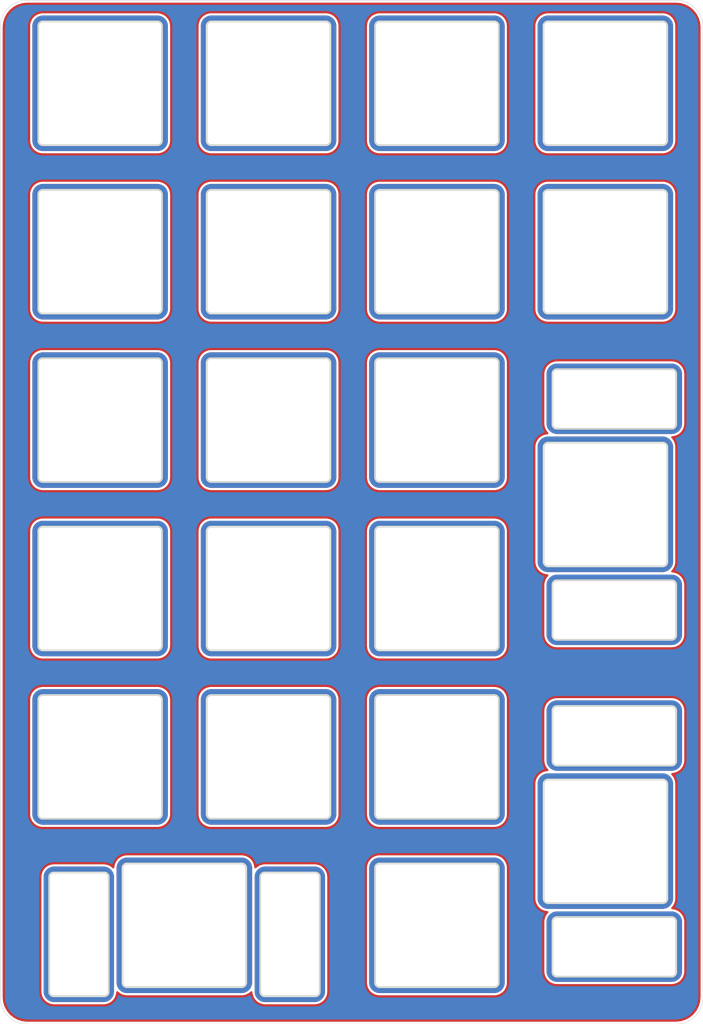
<source format=kicad_pcb>
(kicad_pcb (version 20171130) (host pcbnew "(5.1.6)-1")
  (layers (0 F.Cu signal) (31 B.Cu signal) (34 B.Paste user) (35 F.Paste user) (36 B.SilkS user) (37 F.SilkS user) (38 B.Mask user) (39 F.Mask user) (44 Edge.Cuts user))
  (net 0 "")
  (gr_line (start 176.911 91.059) (end 176.911 85.471) (layer B.Cu) (width 0.6))
  (gr_line (start 163.068 91.948) (end 176.022 91.948) (layer B.Cu) (width 0.6))
  (gr_line (start 162.179 91.059) (end 162.179 85.471) (layer F.Cu) (width 0.6))
  (gr_arc (start 176.022 91.059) (end 176.022 91.948) (angle -90) (layer F.Cu) (width 0.6))
  (gr_line (start 163.068 84.582) (end 176.022 84.582) (layer F.Cu) (width 0.6))
  (gr_arc (start 163.068 91.059) (end 162.179 91.059) (angle -90) (layer F.Cu) (width 0.6))
  (gr_line (start 176.911 85.471) (end 176.911 91.059) (layer F.Cu) (width 0.6))
  (gr_line (start 176.022 84.582) (end 163.068 84.582) (layer B.Cu) (width 0.6))
  (gr_line (start 176.022 91.948) (end 163.068 91.948) (layer F.Cu) (width 0.6))
  (gr_arc (start 176.022 91.059) (end 176.911 91.059) (angle 90) (layer B.Cu) (width 0.6))
  (gr_arc (start 176.022 85.471) (end 176.911 85.471) (angle -90) (layer F.Cu) (width 0.6))
  (gr_arc (start 163.068 85.471) (end 163.068 84.582) (angle -90) (layer F.Cu) (width 0.6))
  (gr_arc (start 163.068 85.471) (end 162.179 85.471) (angle 90) (layer B.Cu) (width 0.6))
  (gr_arc (start 163.068 91.059) (end 163.068 91.948) (angle 90) (layer B.Cu) (width 0.6))
  (gr_arc (start 176.022 85.471) (end 176.022 84.582) (angle 90) (layer B.Cu) (width 0.6))
  (gr_line (start 162.179 85.471) (end 162.179 91.059) (layer B.Cu) (width 0.6))
  (gr_line (start 162.179 114.935) (end 162.179 109.347) (layer F.Cu) (width 0.6))
  (gr_line (start 163.068 108.458) (end 176.022 108.458) (layer F.Cu) (width 0.6))
  (gr_line (start 176.911 109.347) (end 176.911 114.935) (layer F.Cu) (width 0.6))
  (gr_arc (start 176.022 114.935) (end 176.022 115.824) (angle -90) (layer F.Cu) (width 0.6))
  (gr_arc (start 163.068 114.935) (end 162.179 114.935) (angle -90) (layer F.Cu) (width 0.6))
  (gr_line (start 176.911 114.935) (end 176.911 109.347) (layer B.Cu) (width 0.6))
  (gr_line (start 163.068 115.824) (end 176.022 115.824) (layer B.Cu) (width 0.6))
  (gr_line (start 176.022 108.458) (end 163.068 108.458) (layer B.Cu) (width 0.6))
  (gr_arc (start 176.022 114.935) (end 176.911 114.935) (angle 90) (layer B.Cu) (width 0.6))
  (gr_arc (start 176.022 109.347) (end 176.911 109.347) (angle -90) (layer F.Cu) (width 0.6))
  (gr_arc (start 163.068 109.347) (end 163.068 108.458) (angle -90) (layer F.Cu) (width 0.6))
  (gr_line (start 176.022 115.824) (end 163.068 115.824) (layer F.Cu) (width 0.6))
  (gr_arc (start 163.068 109.347) (end 162.179 109.347) (angle 90) (layer B.Cu) (width 0.6))
  (gr_arc (start 163.068 114.935) (end 163.068 115.824) (angle 90) (layer B.Cu) (width 0.6))
  (gr_arc (start 176.022 109.347) (end 176.022 108.458) (angle 90) (layer B.Cu) (width 0.6))
  (gr_line (start 162.179 109.347) (end 162.179 114.935) (layer B.Cu) (width 0.6))
  (gr_line (start 176.911 123.571) (end 176.911 129.159) (layer F.Cu) (width 0.6))
  (gr_line (start 163.068 122.682) (end 176.022 122.682) (layer F.Cu) (width 0.6))
  (gr_arc (start 176.022 129.159) (end 176.022 130.048) (angle -90) (layer F.Cu) (width 0.6))
  (gr_arc (start 163.068 129.159) (end 162.179 129.159) (angle -90) (layer F.Cu) (width 0.6))
  (gr_line (start 162.179 129.159) (end 162.179 123.571) (layer F.Cu) (width 0.6))
  (gr_line (start 176.022 130.048) (end 163.068 130.048) (layer F.Cu) (width 0.6))
  (gr_arc (start 163.068 123.571) (end 163.068 122.682) (angle -90) (layer F.Cu) (width 0.6))
  (gr_arc (start 176.022 123.571) (end 176.911 123.571) (angle -90) (layer F.Cu) (width 0.6))
  (gr_arc (start 163.068 123.571) (end 162.179 123.571) (angle 90) (layer B.Cu) (width 0.6))
  (gr_line (start 176.022 122.682) (end 163.068 122.682) (layer B.Cu) (width 0.6))
  (gr_line (start 176.911 129.159) (end 176.911 123.571) (layer B.Cu) (width 0.6))
  (gr_arc (start 176.022 129.159) (end 176.911 129.159) (angle 90) (layer B.Cu) (width 0.6))
  (gr_arc (start 176.022 123.571) (end 176.022 122.682) (angle 90) (layer B.Cu) (width 0.6))
  (gr_arc (start 163.068 129.159) (end 163.068 130.048) (angle 90) (layer B.Cu) (width 0.6))
  (gr_line (start 163.068 130.048) (end 176.022 130.048) (layer B.Cu) (width 0.6))
  (gr_line (start 162.179 123.571) (end 162.179 129.159) (layer B.Cu) (width 0.6))
  (gr_arc (start 106.172 155.321) (end 106.172 156.21) (angle 90) (layer B.Cu) (width 0.6))
  (gr_arc (start 106.172 142.367) (end 105.283 142.367) (angle 90) (layer B.Cu) (width 0.6))
  (gr_arc (start 111.76 155.321) (end 112.649 155.321) (angle 90) (layer B.Cu) (width 0.6))
  (gr_line (start 111.76 141.478) (end 106.172 141.478) (layer B.Cu) (width 0.6))
  (gr_line (start 112.649 155.321) (end 112.649 142.367) (layer B.Cu) (width 0.6))
  (gr_line (start 106.172 156.21) (end 111.76 156.21) (layer B.Cu) (width 0.6))
  (gr_arc (start 111.76 142.367) (end 111.76 141.478) (angle 90) (layer B.Cu) (width 0.6))
  (gr_line (start 105.283 142.367) (end 105.283 155.321) (layer B.Cu) (width 0.6))
  (gr_line (start 112.649 142.367) (end 112.649 155.321) (layer F.Cu) (width 0.6))
  (gr_line (start 106.172 141.478) (end 111.76 141.478) (layer F.Cu) (width 0.6))
  (gr_line (start 111.76 156.21) (end 106.172 156.21) (layer F.Cu) (width 0.6))
  (gr_arc (start 111.76 155.321) (end 111.76 156.21) (angle -90) (layer F.Cu) (width 0.6))
  (gr_arc (start 106.172 142.367) (end 106.172 141.478) (angle -90) (layer F.Cu) (width 0.6))
  (gr_arc (start 111.76 142.367) (end 112.649 142.367) (angle -90) (layer F.Cu) (width 0.6))
  (gr_arc (start 106.172 155.321) (end 105.283 155.321) (angle -90) (layer F.Cu) (width 0.6))
  (gr_line (start 105.283 155.321) (end 105.283 142.367) (layer F.Cu) (width 0.6))
  (gr_arc (start 106.105999 155.351) (end 105.605999 155.351) (angle -90) (layer Edge.Cuts) (width 0.2))
  (gr_arc (start 129.982 142.351) (end 129.982 141.851) (angle -90) (layer Edge.Cuts) (width 0.2))
  (gr_line (start 106.105999 155.851) (end 111.856 155.851) (layer Edge.Cuts) (width 0.2))
  (gr_line (start 105.605999 142.351) (end 105.605999 155.351) (layer Edge.Cuts) (width 0.2))
  (gr_arc (start 106.105999 142.351) (end 106.105999 141.851) (angle -90) (layer Edge.Cuts) (width 0.2))
  (gr_arc (start 176.044 153.139) (end 176.044 153.639) (angle -90) (layer Edge.Cuts) (width 0.2))
  (gr_line (start 136.232 142.351) (end 136.232 155.351) (layer Edge.Cuts) (width 0.2))
  (gr_arc (start 163.044 153.139) (end 162.544 153.139) (angle -90) (layer Edge.Cuts) (width 0.2))
  (gr_arc (start 129.982 155.351) (end 129.482 155.351) (angle -90) (layer Edge.Cuts) (width 0.2))
  (gr_line (start 129.982 155.851) (end 135.732 155.851) (layer Edge.Cuts) (width 0.2))
  (gr_line (start 129.982 141.851) (end 135.732 141.851) (layer Edge.Cuts) (width 0.2))
  (gr_line (start 163.044 153.639) (end 176.044 153.639) (layer Edge.Cuts) (width 0.2))
  (gr_line (start 163.044 146.889) (end 176.044 146.889) (layer Edge.Cuts) (width 0.2))
  (gr_line (start 112.356 142.351) (end 112.356 155.351) (layer Edge.Cuts) (width 0.2))
  (gr_arc (start 163.044 147.389) (end 163.044 146.889) (angle -90) (layer Edge.Cuts) (width 0.2))
  (gr_line (start 129.482 142.351) (end 129.482 155.351) (layer Edge.Cuts) (width 0.2))
  (gr_arc (start 111.856 155.351) (end 111.856 155.851) (angle -90) (layer Edge.Cuts) (width 0.2))
  (gr_arc (start 111.856 142.351) (end 112.356 142.351) (angle -90) (layer Edge.Cuts) (width 0.2))
  (gr_line (start 176.544 153.139) (end 176.544 147.389) (layer Edge.Cuts) (width 0.2))
  (gr_line (start 162.544 153.139) (end 162.544 147.389) (layer Edge.Cuts) (width 0.2))
  (gr_arc (start 176.044 123.513) (end 176.544 123.513) (angle -90) (layer Edge.Cuts) (width 0.2))
  (gr_line (start 106.105999 141.851) (end 111.856 141.851) (layer Edge.Cuts) (width 0.2))
  (gr_arc (start 135.732 155.351) (end 135.732 155.851) (angle -90) (layer Edge.Cuts) (width 0.2))
  (gr_arc (start 176.044 147.389) (end 176.544 147.389) (angle -90) (layer Edge.Cuts) (width 0.2))
  (gr_arc (start 135.732 142.351) (end 136.232 142.351) (angle -90) (layer Edge.Cuts) (width 0.2))
  (gr_arc (start 175.044 131.826) (end 175.544 131.826) (angle -90) (layer Edge.Cuts) (width 0.2))
  (gr_line (start 175.044 145.326) (end 162.044 145.326) (layer Edge.Cuts) (width 0.2))
  (gr_line (start 175.044 131.326) (end 162.044 131.326) (layer Edge.Cuts) (width 0.2))
  (gr_line (start 175.544 131.826) (end 175.544 144.826) (layer Edge.Cuts) (width 0.2))
  (gr_arc (start 175.044 144.826) (end 175.044 145.326) (angle -90) (layer Edge.Cuts) (width 0.2))
  (gr_line (start 161.544 131.826) (end 161.544 144.826) (layer Edge.Cuts) (width 0.2))
  (gr_arc (start 176.044 129.263) (end 176.044 129.763) (angle -90) (layer Edge.Cuts) (width 0.2))
  (gr_arc (start 163.044 123.513) (end 163.044 123.013) (angle -90) (layer Edge.Cuts) (width 0.2))
  (gr_arc (start 163.044 129.263) (end 162.544 129.263) (angle -90) (layer Edge.Cuts) (width 0.2))
  (gr_line (start 163.044 129.763) (end 176.044 129.763) (layer Edge.Cuts) (width 0.2))
  (gr_line (start 163.044 123.013) (end 176.044 123.013) (layer Edge.Cuts) (width 0.2))
  (gr_line (start 176.544 129.263) (end 176.544 123.513) (layer Edge.Cuts) (width 0.2))
  (gr_line (start 162.544 129.263) (end 162.544 123.513) (layer Edge.Cuts) (width 0.2))
  (gr_arc (start 162.044 144.826) (end 161.544 144.826) (angle -90) (layer Edge.Cuts) (width 0.2))
  (gr_arc (start 162.044 131.826) (end 162.044 131.326) (angle -90) (layer Edge.Cuts) (width 0.2))
  (gr_line (start 163.044 91.662999) (end 176.044 91.662999) (layer Edge.Cuts) (width 0.2))
  (gr_arc (start 162.044 93.726) (end 162.044 93.226) (angle -90) (layer Edge.Cuts) (width 0.2))
  (gr_line (start 175.544 93.726) (end 175.544 106.726) (layer Edge.Cuts) (width 0.2))
  (gr_arc (start 162.044 106.726) (end 161.544 106.726) (angle -90) (layer Edge.Cuts) (width 0.2))
  (gr_line (start 163.044 115.539) (end 176.044 115.539) (layer Edge.Cuts) (width 0.2))
  (gr_arc (start 163.044 91.162999) (end 162.544 91.162999) (angle -90) (layer Edge.Cuts) (width 0.2))
  (gr_line (start 176.544 115.039) (end 176.544 109.288999) (layer Edge.Cuts) (width 0.2))
  (gr_line (start 175.044 107.226) (end 162.044 107.226) (layer Edge.Cuts) (width 0.2))
  (gr_arc (start 163.044 85.412999) (end 163.044 84.912999) (angle -90) (layer Edge.Cuts) (width 0.2))
  (gr_line (start 176.544 91.162999) (end 176.544 85.412999) (layer Edge.Cuts) (width 0.2))
  (gr_line (start 163.044 84.912999) (end 176.044 84.912999) (layer Edge.Cuts) (width 0.2))
  (gr_line (start 162.544 91.162999) (end 162.544 85.412999) (layer Edge.Cuts) (width 0.2))
  (gr_arc (start 175.044 93.726) (end 175.544 93.726) (angle -90) (layer Edge.Cuts) (width 0.2))
  (gr_line (start 162.544 115.039) (end 162.544 109.288999) (layer Edge.Cuts) (width 0.2))
  (gr_arc (start 175.044 106.726) (end 175.044 107.226) (angle -90) (layer Edge.Cuts) (width 0.2))
  (gr_line (start 175.044 93.226) (end 162.044 93.226) (layer Edge.Cuts) (width 0.2))
  (gr_arc (start 176.044 91.162999) (end 176.044 91.662999) (angle -90) (layer Edge.Cuts) (width 0.2))
  (gr_arc (start 176.044 109.288999) (end 176.544 109.288999) (angle -90) (layer Edge.Cuts) (width 0.2))
  (gr_arc (start 176.044 115.039) (end 176.044 115.539) (angle -90) (layer Edge.Cuts) (width 0.2))
  (gr_arc (start 163.044 109.288999) (end 163.044 108.788999) (angle -90) (layer Edge.Cuts) (width 0.2))
  (gr_line (start 161.544 93.726) (end 161.544 106.726) (layer Edge.Cuts) (width 0.2))
  (gr_arc (start 163.044 115.039) (end 162.544 115.039) (angle -90) (layer Edge.Cuts) (width 0.2))
  (gr_line (start 163.044 108.788999) (end 176.044 108.788999) (layer Edge.Cuts) (width 0.2))
  (gr_arc (start 176.044 85.412999) (end 176.544 85.412999) (angle -90) (layer Edge.Cuts) (width 0.2))
  (gr_arc (start 130.048 155.321) (end 130.048 156.21) (angle 90) (layer B.Cu) (width 0.6))
  (gr_line (start 129.159 142.367) (end 129.159 155.321) (layer B.Cu) (width 0.6))
  (gr_line (start 136.525 155.321) (end 136.525 142.367) (layer B.Cu) (width 0.6))
  (gr_line (start 135.636 141.478) (end 130.048 141.478) (layer B.Cu) (width 0.6))
  (gr_arc (start 135.636 142.367) (end 135.636 141.478) (angle 90) (layer B.Cu) (width 0.6))
  (gr_line (start 130.048 156.21) (end 135.636 156.21) (layer B.Cu) (width 0.6))
  (gr_arc (start 130.048 142.367) (end 129.159 142.367) (angle 90) (layer B.Cu) (width 0.6))
  (gr_arc (start 135.636 155.321) (end 136.525 155.321) (angle 90) (layer B.Cu) (width 0.6))
  (gr_arc (start 163.068 147.447) (end 162.179 147.447) (angle 90) (layer B.Cu) (width 0.6))
  (gr_line (start 162.179 147.447) (end 162.179 153.035) (layer B.Cu) (width 0.6))
  (gr_arc (start 176.022 147.447) (end 176.022 146.558) (angle 90) (layer B.Cu) (width 0.6))
  (gr_arc (start 176.022 153.035) (end 176.911 153.035) (angle 90) (layer B.Cu) (width 0.6))
  (gr_line (start 176.022 146.558) (end 163.068 146.558) (layer B.Cu) (width 0.6))
  (gr_line (start 163.068 153.924) (end 176.022 153.924) (layer B.Cu) (width 0.6))
  (gr_line (start 176.911 153.035) (end 176.911 147.447) (layer B.Cu) (width 0.6))
  (gr_arc (start 163.068 153.035) (end 163.068 153.924) (angle 90) (layer B.Cu) (width 0.6))
  (gr_line (start 114.427 155.194) (end 127.381 155.194) (layer B.Cu) (width 0.6))
  (gr_line (start 128.27 154.305) (end 128.27 141.351) (layer B.Cu) (width 0.6))
  (gr_arc (start 127.381 154.305) (end 128.27 154.305) (angle 90) (layer B.Cu) (width 0.6))
  (gr_arc (start 114.427 154.305) (end 114.427 155.194) (angle 90) (layer B.Cu) (width 0.6))
  (gr_line (start 113.538 141.351) (end 113.538 154.305) (layer B.Cu) (width 0.6))
  (gr_line (start 127.381 140.462) (end 114.427 140.462) (layer B.Cu) (width 0.6))
  (gr_arc (start 114.427 141.351) (end 113.538 141.351) (angle 90) (layer B.Cu) (width 0.6))
  (gr_arc (start 127.381 141.351) (end 127.381 140.462) (angle 90) (layer B.Cu) (width 0.6))
  (gr_arc (start 155.956 141.351) (end 155.956 140.462) (angle 90) (layer B.Cu) (width 0.6))
  (gr_arc (start 143.002 141.351) (end 142.113 141.351) (angle 90) (layer B.Cu) (width 0.6))
  (gr_line (start 156.845 154.305) (end 156.845 141.351) (layer B.Cu) (width 0.6))
  (gr_line (start 143.002 155.194) (end 155.956 155.194) (layer B.Cu) (width 0.6))
  (gr_line (start 142.113 141.351) (end 142.113 154.305) (layer B.Cu) (width 0.6))
  (gr_arc (start 143.002 154.305) (end 143.002 155.194) (angle 90) (layer B.Cu) (width 0.6))
  (gr_arc (start 155.956 154.305) (end 156.845 154.305) (angle 90) (layer B.Cu) (width 0.6))
  (gr_line (start 155.956 140.462) (end 143.002 140.462) (layer B.Cu) (width 0.6))
  (gr_arc (start 175.006 131.826) (end 175.006 130.937) (angle 90) (layer B.Cu) (width 0.6))
  (gr_arc (start 162.052 131.826) (end 161.163 131.826) (angle 90) (layer B.Cu) (width 0.6))
  (gr_line (start 175.006 130.937) (end 162.052 130.937) (layer B.Cu) (width 0.6))
  (gr_line (start 175.895 144.78) (end 175.895 131.826) (layer B.Cu) (width 0.6))
  (gr_arc (start 175.006 144.78) (end 175.895 144.78) (angle 90) (layer B.Cu) (width 0.6))
  (gr_line (start 162.052 145.669) (end 175.006 145.669) (layer B.Cu) (width 0.6))
  (gr_line (start 161.163 131.826) (end 161.163 144.78) (layer B.Cu) (width 0.6))
  (gr_arc (start 162.052 144.78) (end 162.052 145.669) (angle 90) (layer B.Cu) (width 0.6))
  (gr_line (start 143.002 136.144) (end 155.956 136.144) (layer B.Cu) (width 0.6))
  (gr_arc (start 143.002 122.301) (end 142.113 122.301) (angle 90) (layer B.Cu) (width 0.6))
  (gr_line (start 142.113 122.301) (end 142.113 135.255) (layer B.Cu) (width 0.6))
  (gr_line (start 155.956 121.412) (end 143.002 121.412) (layer B.Cu) (width 0.6))
  (gr_arc (start 155.956 135.255) (end 156.845 135.255) (angle 90) (layer B.Cu) (width 0.6))
  (gr_line (start 156.845 135.255) (end 156.845 122.301) (layer B.Cu) (width 0.6))
  (gr_arc (start 143.002 135.255) (end 143.002 136.144) (angle 90) (layer B.Cu) (width 0.6))
  (gr_arc (start 155.956 122.301) (end 155.956 121.412) (angle 90) (layer B.Cu) (width 0.6))
  (gr_line (start 123.063 122.301) (end 123.063 135.255) (layer B.Cu) (width 0.6))
  (gr_line (start 137.795 135.255) (end 137.795 122.301) (layer B.Cu) (width 0.6))
  (gr_arc (start 123.952 135.255) (end 123.952 136.144) (angle 90) (layer B.Cu) (width 0.6))
  (gr_arc (start 136.906 135.255) (end 137.795 135.255) (angle 90) (layer B.Cu) (width 0.6))
  (gr_line (start 136.906 121.412) (end 123.952 121.412) (layer B.Cu) (width 0.6))
  (gr_line (start 123.952 136.144) (end 136.906 136.144) (layer B.Cu) (width 0.6))
  (gr_arc (start 123.952 122.301) (end 123.063 122.301) (angle 90) (layer B.Cu) (width 0.6))
  (gr_arc (start 136.906 122.301) (end 136.906 121.412) (angle 90) (layer B.Cu) (width 0.6))
  (gr_line (start 118.745 135.255) (end 118.745 122.301) (layer B.Cu) (width 0.6))
  (gr_line (start 117.856 121.412) (end 104.902 121.412) (layer B.Cu) (width 0.6))
  (gr_line (start 104.013 122.301) (end 104.013 135.255) (layer B.Cu) (width 0.6))
  (gr_line (start 104.902 136.144) (end 117.856 136.144) (layer B.Cu) (width 0.6))
  (gr_arc (start 104.902 122.301) (end 104.013 122.301) (angle 90) (layer B.Cu) (width 0.6))
  (gr_arc (start 117.856 122.301) (end 117.856 121.412) (angle 90) (layer B.Cu) (width 0.6))
  (gr_arc (start 117.856 135.255) (end 118.745 135.255) (angle 90) (layer B.Cu) (width 0.6))
  (gr_arc (start 104.902 135.255) (end 104.902 136.144) (angle 90) (layer B.Cu) (width 0.6))
  (gr_arc (start 117.856 116.205) (end 118.745 116.205) (angle 90) (layer B.Cu) (width 0.6))
  (gr_line (start 104.013 103.251) (end 104.013 116.205) (layer B.Cu) (width 0.6))
  (gr_line (start 117.856 102.362) (end 104.902 102.362) (layer B.Cu) (width 0.6))
  (gr_line (start 104.902 117.094) (end 117.856 117.094) (layer B.Cu) (width 0.6))
  (gr_arc (start 117.856 103.251) (end 117.856 102.362) (angle 90) (layer B.Cu) (width 0.6))
  (gr_arc (start 104.902 103.251) (end 104.013 103.251) (angle 90) (layer B.Cu) (width 0.6))
  (gr_line (start 118.745 116.205) (end 118.745 103.251) (layer B.Cu) (width 0.6))
  (gr_arc (start 104.902 116.205) (end 104.902 117.094) (angle 90) (layer B.Cu) (width 0.6))
  (gr_arc (start 136.906 116.205) (end 137.795 116.205) (angle 90) (layer B.Cu) (width 0.6))
  (gr_line (start 136.906 102.362) (end 123.952 102.362) (layer B.Cu) (width 0.6))
  (gr_arc (start 136.906 103.251) (end 136.906 102.362) (angle 90) (layer B.Cu) (width 0.6))
  (gr_arc (start 123.952 103.251) (end 123.063 103.251) (angle 90) (layer B.Cu) (width 0.6))
  (gr_line (start 137.795 116.205) (end 137.795 103.251) (layer B.Cu) (width 0.6))
  (gr_line (start 123.063 103.251) (end 123.063 116.205) (layer B.Cu) (width 0.6))
  (gr_arc (start 123.952 116.205) (end 123.952 117.094) (angle 90) (layer B.Cu) (width 0.6))
  (gr_line (start 123.952 117.094) (end 136.906 117.094) (layer B.Cu) (width 0.6))
  (gr_arc (start 155.956 103.251) (end 155.956 102.362) (angle 90) (layer B.Cu) (width 0.6))
  (gr_arc (start 143.002 103.251) (end 142.113 103.251) (angle 90) (layer B.Cu) (width 0.6))
  (gr_arc (start 143.002 116.205) (end 143.002 117.094) (angle 90) (layer B.Cu) (width 0.6))
  (gr_line (start 156.845 116.205) (end 156.845 103.251) (layer B.Cu) (width 0.6))
  (gr_arc (start 155.956 116.205) (end 156.845 116.205) (angle 90) (layer B.Cu) (width 0.6))
  (gr_line (start 142.113 103.251) (end 142.113 116.205) (layer B.Cu) (width 0.6))
  (gr_line (start 155.956 102.362) (end 143.002 102.362) (layer B.Cu) (width 0.6))
  (gr_line (start 143.002 117.094) (end 155.956 117.094) (layer B.Cu) (width 0.6))
  (gr_line (start 175.895 106.68) (end 175.895 93.726) (layer B.Cu) (width 0.6))
  (gr_arc (start 175.006 106.68) (end 175.895 106.68) (angle 90) (layer B.Cu) (width 0.6))
  (gr_line (start 162.052 107.569) (end 175.006 107.569) (layer B.Cu) (width 0.6))
  (gr_arc (start 162.052 93.726) (end 161.163 93.726) (angle 90) (layer B.Cu) (width 0.6))
  (gr_arc (start 162.052 106.68) (end 162.052 107.569) (angle 90) (layer B.Cu) (width 0.6))
  (gr_line (start 161.163 93.726) (end 161.163 106.68) (layer B.Cu) (width 0.6))
  (gr_line (start 175.006 92.837) (end 162.052 92.837) (layer B.Cu) (width 0.6))
  (gr_arc (start 175.006 93.726) (end 175.006 92.837) (angle 90) (layer B.Cu) (width 0.6))
  (gr_line (start 142.113 84.201) (end 142.113 97.155) (layer B.Cu) (width 0.6))
  (gr_line (start 156.845 97.155) (end 156.845 84.201) (layer B.Cu) (width 0.6))
  (gr_arc (start 155.956 97.155) (end 156.845 97.155) (angle 90) (layer B.Cu) (width 0.6))
  (gr_line (start 155.956 83.312) (end 143.002 83.312) (layer B.Cu) (width 0.6))
  (gr_arc (start 143.002 97.155) (end 143.002 98.044) (angle 90) (layer B.Cu) (width 0.6))
  (gr_arc (start 155.956 84.201) (end 155.956 83.312) (angle 90) (layer B.Cu) (width 0.6))
  (gr_line (start 143.002 98.044) (end 155.956 98.044) (layer B.Cu) (width 0.6))
  (gr_arc (start 143.002 84.201) (end 142.113 84.201) (angle 90) (layer B.Cu) (width 0.6))
  (gr_line (start 137.795 97.155) (end 137.795 84.201) (layer B.Cu) (width 0.6))
  (gr_arc (start 123.952 97.155) (end 123.952 98.044) (angle 90) (layer B.Cu) (width 0.6))
  (gr_arc (start 136.906 84.201) (end 136.906 83.312) (angle 90) (layer B.Cu) (width 0.6))
  (gr_arc (start 136.906 97.155) (end 137.795 97.155) (angle 90) (layer B.Cu) (width 0.6))
  (gr_line (start 123.952 98.044) (end 136.906 98.044) (layer B.Cu) (width 0.6))
  (gr_arc (start 123.952 84.201) (end 123.063 84.201) (angle 90) (layer B.Cu) (width 0.6))
  (gr_line (start 136.906 83.312) (end 123.952 83.312) (layer B.Cu) (width 0.6))
  (gr_line (start 123.063 84.201) (end 123.063 97.155) (layer B.Cu) (width 0.6))
  (gr_arc (start 104.902 84.201) (end 104.013 84.201) (angle 90) (layer B.Cu) (width 0.6))
  (gr_arc (start 104.902 97.155) (end 104.902 98.044) (angle 90) (layer B.Cu) (width 0.6))
  (gr_line (start 117.856 83.312) (end 104.902 83.312) (layer B.Cu) (width 0.6))
  (gr_line (start 118.745 97.155) (end 118.745 84.201) (layer B.Cu) (width 0.6))
  (gr_line (start 104.902 98.044) (end 117.856 98.044) (layer B.Cu) (width 0.6))
  (gr_arc (start 117.856 84.201) (end 117.856 83.312) (angle 90) (layer B.Cu) (width 0.6))
  (gr_arc (start 117.856 97.155) (end 118.745 97.155) (angle 90) (layer B.Cu) (width 0.6))
  (gr_line (start 104.013 84.201) (end 104.013 97.155) (layer B.Cu) (width 0.6))
  (gr_line (start 104.013 65.151) (end 104.013 78.105) (layer B.Cu) (width 0.6))
  (gr_arc (start 104.902 65.151) (end 104.013 65.151) (angle 90) (layer B.Cu) (width 0.6))
  (gr_arc (start 117.856 78.105) (end 118.745 78.105) (angle 90) (layer B.Cu) (width 0.6))
  (gr_line (start 118.745 78.105) (end 118.745 65.151) (layer B.Cu) (width 0.6))
  (gr_arc (start 117.856 65.151) (end 117.856 64.262) (angle 90) (layer B.Cu) (width 0.6))
  (gr_line (start 104.902 78.994) (end 117.856 78.994) (layer B.Cu) (width 0.6))
  (gr_line (start 117.856 64.262) (end 104.902 64.262) (layer B.Cu) (width 0.6))
  (gr_arc (start 104.902 78.105) (end 104.902 78.994) (angle 90) (layer B.Cu) (width 0.6))
  (gr_arc (start 123.952 78.105) (end 123.952 78.994) (angle 90) (layer B.Cu) (width 0.6))
  (gr_line (start 123.063 65.151) (end 123.063 78.105) (layer B.Cu) (width 0.6))
  (gr_arc (start 123.952 65.151) (end 123.063 65.151) (angle 90) (layer B.Cu) (width 0.6))
  (gr_line (start 123.952 78.994) (end 136.906 78.994) (layer B.Cu) (width 0.6))
  (gr_line (start 136.906 64.262) (end 123.952 64.262) (layer B.Cu) (width 0.6))
  (gr_line (start 137.795 78.105) (end 137.795 65.151) (layer B.Cu) (width 0.6))
  (gr_arc (start 136.906 78.105) (end 137.795 78.105) (angle 90) (layer B.Cu) (width 0.6))
  (gr_arc (start 136.906 65.151) (end 136.906 64.262) (angle 90) (layer B.Cu) (width 0.6))
  (gr_arc (start 155.956 78.105) (end 156.845 78.105) (angle 90) (layer B.Cu) (width 0.6))
  (gr_arc (start 155.956 65.151) (end 155.956 64.262) (angle 90) (layer B.Cu) (width 0.6))
  (gr_arc (start 143.002 78.105) (end 143.002 78.994) (angle 90) (layer B.Cu) (width 0.6))
  (gr_line (start 143.002 78.994) (end 155.956 78.994) (layer B.Cu) (width 0.6))
  (gr_line (start 142.113 65.151) (end 142.113 78.105) (layer B.Cu) (width 0.6))
  (gr_arc (start 143.002 65.151) (end 142.113 65.151) (angle 90) (layer B.Cu) (width 0.6))
  (gr_line (start 156.845 78.105) (end 156.845 65.151) (layer B.Cu) (width 0.6))
  (gr_line (start 155.956 64.262) (end 143.002 64.262) (layer B.Cu) (width 0.6))
  (gr_line (start 162.052 78.994) (end 175.006 78.994) (layer B.Cu) (width 0.6))
  (gr_arc (start 162.052 78.105) (end 162.052 78.994) (angle 90) (layer B.Cu) (width 0.6))
  (gr_line (start 175.895 78.105) (end 175.895 65.151) (layer B.Cu) (width 0.6))
  (gr_arc (start 175.006 78.105) (end 175.895 78.105) (angle 90) (layer B.Cu) (width 0.6))
  (gr_arc (start 175.006 65.151) (end 175.006 64.262) (angle 90) (layer B.Cu) (width 0.6))
  (gr_arc (start 162.052 65.151) (end 161.163 65.151) (angle 90) (layer B.Cu) (width 0.6))
  (gr_line (start 161.163 65.151) (end 161.163 78.105) (layer B.Cu) (width 0.6))
  (gr_line (start 175.006 64.262) (end 162.052 64.262) (layer B.Cu) (width 0.6))
  (gr_arc (start 162.052 46.101) (end 161.163 46.101) (angle 90) (layer B.Cu) (width 0.6))
  (gr_line (start 175.006 45.212) (end 162.052 45.212) (layer B.Cu) (width 0.6))
  (gr_line (start 161.163 46.101) (end 161.163 59.055) (layer B.Cu) (width 0.6))
  (gr_arc (start 175.006 46.101) (end 175.006 45.212) (angle 90) (layer B.Cu) (width 0.6))
  (gr_line (start 162.052 59.944) (end 175.006 59.944) (layer B.Cu) (width 0.6))
  (gr_arc (start 175.006 59.055) (end 175.895 59.055) (angle 90) (layer B.Cu) (width 0.6))
  (gr_arc (start 162.052 59.055) (end 162.052 59.944) (angle 90) (layer B.Cu) (width 0.6))
  (gr_line (start 175.895 59.055) (end 175.895 46.101) (layer B.Cu) (width 0.6))
  (gr_line (start 155.956 45.212) (end 143.002 45.212) (layer B.Cu) (width 0.6))
  (gr_line (start 156.845 59.055) (end 156.845 46.101) (layer B.Cu) (width 0.6))
  (gr_line (start 142.113 46.101) (end 142.113 59.055) (layer B.Cu) (width 0.6))
  (gr_arc (start 155.956 59.055) (end 156.845 59.055) (angle 90) (layer B.Cu) (width 0.6))
  (gr_arc (start 155.956 46.101) (end 155.956 45.212) (angle 90) (layer B.Cu) (width 0.6))
  (gr_arc (start 143.002 59.055) (end 143.002 59.944) (angle 90) (layer B.Cu) (width 0.6))
  (gr_arc (start 143.002 46.101) (end 142.113 46.101) (angle 90) (layer B.Cu) (width 0.6))
  (gr_line (start 143.002 59.944) (end 155.956 59.944) (layer B.Cu) (width 0.6))
  (gr_line (start 136.906 45.212) (end 123.952 45.212) (layer B.Cu) (width 0.6))
  (gr_line (start 123.063 46.101) (end 123.063 59.055) (layer B.Cu) (width 0.6))
  (gr_arc (start 136.906 46.101) (end 136.906 45.212) (angle 90) (layer B.Cu) (width 0.6))
  (gr_line (start 137.795 59.055) (end 137.795 46.101) (layer B.Cu) (width 0.6))
  (gr_arc (start 136.906 59.055) (end 137.795 59.055) (angle 90) (layer B.Cu) (width 0.6))
  (gr_arc (start 123.952 59.055) (end 123.952 59.944) (angle 90) (layer B.Cu) (width 0.6))
  (gr_line (start 123.952 59.944) (end 136.906 59.944) (layer B.Cu) (width 0.6))
  (gr_arc (start 123.952 46.101) (end 123.063 46.101) (angle 90) (layer B.Cu) (width 0.6))
  (gr_arc (start 130.048 142.367) (end 130.048 141.478) (angle -90) (layer F.Cu) (width 0.6))
  (gr_arc (start 135.636 142.367) (end 136.525 142.367) (angle -90) (layer F.Cu) (width 0.6))
  (gr_arc (start 130.048 155.321) (end 129.159 155.321) (angle -90) (layer F.Cu) (width 0.6))
  (gr_line (start 129.159 155.321) (end 129.159 142.367) (layer F.Cu) (width 0.6))
  (gr_line (start 136.525 142.367) (end 136.525 155.321) (layer F.Cu) (width 0.6))
  (gr_line (start 135.636 156.21) (end 130.048 156.21) (layer F.Cu) (width 0.6))
  (gr_line (start 130.048 141.478) (end 135.636 141.478) (layer F.Cu) (width 0.6))
  (gr_arc (start 135.636 155.321) (end 135.636 156.21) (angle -90) (layer F.Cu) (width 0.6))
  (gr_arc (start 163.068 153.035) (end 162.179 153.035) (angle -90) (layer F.Cu) (width 0.6))
  (gr_line (start 162.179 153.035) (end 162.179 147.447) (layer F.Cu) (width 0.6))
  (gr_arc (start 176.022 153.035) (end 176.022 153.924) (angle -90) (layer F.Cu) (width 0.6))
  (gr_arc (start 176.022 147.447) (end 176.911 147.447) (angle -90) (layer F.Cu) (width 0.6))
  (gr_line (start 176.022 153.924) (end 163.068 153.924) (layer F.Cu) (width 0.6))
  (gr_line (start 163.068 146.558) (end 176.022 146.558) (layer F.Cu) (width 0.6))
  (gr_line (start 176.911 147.447) (end 176.911 153.035) (layer F.Cu) (width 0.6))
  (gr_arc (start 163.068 147.447) (end 163.068 146.558) (angle -90) (layer F.Cu) (width 0.6))
  (gr_arc (start 162.052 93.726) (end 162.052 92.837) (angle -90) (layer F.Cu) (width 0.6))
  (gr_arc (start 175.006 93.726) (end 175.895 93.726) (angle -90) (layer F.Cu) (width 0.6))
  (gr_line (start 175.006 107.569) (end 162.052 107.569) (layer F.Cu) (width 0.6))
  (gr_line (start 161.163 106.68) (end 161.163 93.726) (layer F.Cu) (width 0.6))
  (gr_line (start 175.895 93.726) (end 175.895 106.68) (layer F.Cu) (width 0.6))
  (gr_arc (start 162.052 106.68) (end 161.163 106.68) (angle -90) (layer F.Cu) (width 0.6))
  (gr_arc (start 175.006 106.68) (end 175.006 107.569) (angle -90) (layer F.Cu) (width 0.6))
  (gr_line (start 162.052 92.837) (end 175.006 92.837) (layer F.Cu) (width 0.6))
  (gr_arc (start 175.006 131.826) (end 175.895 131.826) (angle -90) (layer F.Cu) (width 0.6))
  (gr_line (start 161.163 144.78) (end 161.163 131.826) (layer F.Cu) (width 0.6))
  (gr_line (start 175.006 145.669) (end 162.052 145.669) (layer F.Cu) (width 0.6))
  (gr_line (start 175.895 131.826) (end 175.895 144.78) (layer F.Cu) (width 0.6))
  (gr_arc (start 162.052 144.78) (end 161.163 144.78) (angle -90) (layer F.Cu) (width 0.6))
  (gr_arc (start 175.006 144.78) (end 175.006 145.669) (angle -90) (layer F.Cu) (width 0.6))
  (gr_line (start 162.052 130.937) (end 175.006 130.937) (layer F.Cu) (width 0.6))
  (gr_arc (start 162.052 131.826) (end 162.052 130.937) (angle -90) (layer F.Cu) (width 0.6))
  (gr_arc (start 127.381 141.351) (end 128.27 141.351) (angle -90) (layer F.Cu) (width 0.6))
  (gr_arc (start 114.427 141.351) (end 114.427 140.462) (angle -90) (layer F.Cu) (width 0.6))
  (gr_line (start 113.538 154.305) (end 113.538 141.351) (layer F.Cu) (width 0.6))
  (gr_line (start 128.27 141.351) (end 128.27 154.305) (layer F.Cu) (width 0.6))
  (gr_line (start 114.427 140.462) (end 127.381 140.462) (layer F.Cu) (width 0.6))
  (gr_arc (start 114.427 154.305) (end 113.538 154.305) (angle -90) (layer F.Cu) (width 0.6))
  (gr_line (start 127.381 155.194) (end 114.427 155.194) (layer F.Cu) (width 0.6))
  (gr_arc (start 127.381 154.305) (end 127.381 155.194) (angle -90) (layer F.Cu) (width 0.6))
  (gr_line (start 143.002 140.462) (end 155.956 140.462) (layer F.Cu) (width 0.6))
  (gr_line (start 155.956 155.194) (end 143.002 155.194) (layer F.Cu) (width 0.6))
  (gr_arc (start 155.956 141.351) (end 156.845 141.351) (angle -90) (layer F.Cu) (width 0.6))
  (gr_line (start 156.845 141.351) (end 156.845 154.305) (layer F.Cu) (width 0.6))
  (gr_arc (start 143.002 154.305) (end 142.113 154.305) (angle -90) (layer F.Cu) (width 0.6))
  (gr_arc (start 155.956 154.305) (end 155.956 155.194) (angle -90) (layer F.Cu) (width 0.6))
  (gr_arc (start 143.002 141.351) (end 143.002 140.462) (angle -90) (layer F.Cu) (width 0.6))
  (gr_line (start 142.113 154.305) (end 142.113 141.351) (layer F.Cu) (width 0.6))
  (gr_line (start 143.002 121.412) (end 155.956 121.412) (layer F.Cu) (width 0.6))
  (gr_line (start 155.956 136.144) (end 143.002 136.144) (layer F.Cu) (width 0.6))
  (gr_line (start 156.845 122.301) (end 156.845 135.255) (layer F.Cu) (width 0.6))
  (gr_arc (start 143.002 135.255) (end 142.113 135.255) (angle -90) (layer F.Cu) (width 0.6))
  (gr_arc (start 155.956 135.255) (end 155.956 136.144) (angle -90) (layer F.Cu) (width 0.6))
  (gr_arc (start 143.002 122.301) (end 143.002 121.412) (angle -90) (layer F.Cu) (width 0.6))
  (gr_line (start 142.113 135.255) (end 142.113 122.301) (layer F.Cu) (width 0.6))
  (gr_arc (start 155.956 122.301) (end 156.845 122.301) (angle -90) (layer F.Cu) (width 0.6))
  (gr_arc (start 136.906 135.255) (end 136.906 136.144) (angle -90) (layer F.Cu) (width 0.6))
  (gr_line (start 123.063 135.255) (end 123.063 122.301) (layer F.Cu) (width 0.6))
  (gr_arc (start 123.952 135.255) (end 123.063 135.255) (angle -90) (layer F.Cu) (width 0.6))
  (gr_line (start 123.952 121.412) (end 136.906 121.412) (layer F.Cu) (width 0.6))
  (gr_line (start 137.795 122.301) (end 137.795 135.255) (layer F.Cu) (width 0.6))
  (gr_arc (start 136.906 122.301) (end 137.795 122.301) (angle -90) (layer F.Cu) (width 0.6))
  (gr_arc (start 123.952 122.301) (end 123.952 121.412) (angle -90) (layer F.Cu) (width 0.6))
  (gr_line (start 136.906 136.144) (end 123.952 136.144) (layer F.Cu) (width 0.6))
  (gr_arc (start 104.902 122.301) (end 104.902 121.412) (angle -90) (layer F.Cu) (width 0.6))
  (gr_line (start 118.745 122.301) (end 118.745 135.255) (layer F.Cu) (width 0.6))
  (gr_line (start 104.013 135.255) (end 104.013 122.301) (layer F.Cu) (width 0.6))
  (gr_line (start 117.856 136.144) (end 104.902 136.144) (layer F.Cu) (width 0.6))
  (gr_arc (start 117.856 122.301) (end 118.745 122.301) (angle -90) (layer F.Cu) (width 0.6))
  (gr_arc (start 117.856 135.255) (end 117.856 136.144) (angle -90) (layer F.Cu) (width 0.6))
  (gr_line (start 104.902 121.412) (end 117.856 121.412) (layer F.Cu) (width 0.6))
  (gr_arc (start 104.902 135.255) (end 104.013 135.255) (angle -90) (layer F.Cu) (width 0.6))
  (gr_arc (start 104.902 103.251) (end 104.902 102.362) (angle -90) (layer F.Cu) (width 0.6))
  (gr_arc (start 117.856 103.251) (end 118.745 103.251) (angle -90) (layer F.Cu) (width 0.6))
  (gr_line (start 118.745 103.251) (end 118.745 116.205) (layer F.Cu) (width 0.6))
  (gr_line (start 104.902 102.362) (end 117.856 102.362) (layer F.Cu) (width 0.6))
  (gr_arc (start 117.856 116.205) (end 117.856 117.094) (angle -90) (layer F.Cu) (width 0.6))
  (gr_line (start 104.013 116.205) (end 104.013 103.251) (layer F.Cu) (width 0.6))
  (gr_arc (start 104.902 116.205) (end 104.013 116.205) (angle -90) (layer F.Cu) (width 0.6))
  (gr_line (start 117.856 117.094) (end 104.902 117.094) (layer F.Cu) (width 0.6))
  (gr_arc (start 136.906 103.251) (end 137.795 103.251) (angle -90) (layer F.Cu) (width 0.6))
  (gr_line (start 136.906 117.094) (end 123.952 117.094) (layer F.Cu) (width 0.6))
  (gr_line (start 123.952 102.362) (end 136.906 102.362) (layer F.Cu) (width 0.6))
  (gr_arc (start 136.906 116.205) (end 136.906 117.094) (angle -90) (layer F.Cu) (width 0.6))
  (gr_arc (start 123.952 103.251) (end 123.952 102.362) (angle -90) (layer F.Cu) (width 0.6))
  (gr_arc (start 123.952 116.205) (end 123.063 116.205) (angle -90) (layer F.Cu) (width 0.6))
  (gr_line (start 123.063 116.205) (end 123.063 103.251) (layer F.Cu) (width 0.6))
  (gr_line (start 137.795 103.251) (end 137.795 116.205) (layer F.Cu) (width 0.6))
  (gr_arc (start 143.002 116.205) (end 142.113 116.205) (angle -90) (layer F.Cu) (width 0.6))
  (gr_line (start 155.956 117.094) (end 143.002 117.094) (layer F.Cu) (width 0.6))
  (gr_arc (start 143.002 103.251) (end 143.002 102.362) (angle -90) (layer F.Cu) (width 0.6))
  (gr_line (start 156.845 103.251) (end 156.845 116.205) (layer F.Cu) (width 0.6))
  (gr_line (start 142.113 116.205) (end 142.113 103.251) (layer F.Cu) (width 0.6))
  (gr_arc (start 155.956 116.205) (end 155.956 117.094) (angle -90) (layer F.Cu) (width 0.6))
  (gr_line (start 143.002 102.362) (end 155.956 102.362) (layer F.Cu) (width 0.6))
  (gr_arc (start 155.956 103.251) (end 156.845 103.251) (angle -90) (layer F.Cu) (width 0.6))
  (gr_arc (start 143.002 97.155) (end 142.113 97.155) (angle -90) (layer F.Cu) (width 0.6))
  (gr_line (start 156.845 84.201) (end 156.845 97.155) (layer F.Cu) (width 0.6))
  (gr_arc (start 143.002 84.201) (end 143.002 83.312) (angle -90) (layer F.Cu) (width 0.6))
  (gr_arc (start 155.956 84.201) (end 156.845 84.201) (angle -90) (layer F.Cu) (width 0.6))
  (gr_line (start 142.113 97.155) (end 142.113 84.201) (layer F.Cu) (width 0.6))
  (gr_line (start 143.002 83.312) (end 155.956 83.312) (layer F.Cu) (width 0.6))
  (gr_line (start 155.956 98.044) (end 143.002 98.044) (layer F.Cu) (width 0.6))
  (gr_arc (start 155.956 97.155) (end 155.956 98.044) (angle -90) (layer F.Cu) (width 0.6))
  (gr_line (start 123.952 83.312) (end 136.906 83.312) (layer F.Cu) (width 0.6))
  (gr_arc (start 136.906 97.155) (end 136.906 98.044) (angle -90) (layer F.Cu) (width 0.6))
  (gr_arc (start 123.952 97.155) (end 123.063 97.155) (angle -90) (layer F.Cu) (width 0.6))
  (gr_line (start 136.906 98.044) (end 123.952 98.044) (layer F.Cu) (width 0.6))
  (gr_line (start 137.795 84.201) (end 137.795 97.155) (layer F.Cu) (width 0.6))
  (gr_arc (start 123.952 84.201) (end 123.952 83.312) (angle -90) (layer F.Cu) (width 0.6))
  (gr_arc (start 136.906 84.201) (end 137.795 84.201) (angle -90) (layer F.Cu) (width 0.6))
  (gr_line (start 123.063 97.155) (end 123.063 84.201) (layer F.Cu) (width 0.6))
  (gr_arc (start 117.856 97.155) (end 117.856 98.044) (angle -90) (layer F.Cu) (width 0.6))
  (gr_arc (start 104.902 97.155) (end 104.013 97.155) (angle -90) (layer F.Cu) (width 0.6))
  (gr_line (start 117.856 98.044) (end 104.902 98.044) (layer F.Cu) (width 0.6))
  (gr_line (start 118.745 84.201) (end 118.745 97.155) (layer F.Cu) (width 0.6))
  (gr_arc (start 104.902 84.201) (end 104.902 83.312) (angle -90) (layer F.Cu) (width 0.6))
  (gr_arc (start 117.856 84.201) (end 118.745 84.201) (angle -90) (layer F.Cu) (width 0.6))
  (gr_line (start 104.902 83.312) (end 117.856 83.312) (layer F.Cu) (width 0.6))
  (gr_line (start 104.013 97.155) (end 104.013 84.201) (layer F.Cu) (width 0.6))
  (gr_line (start 117.856 78.994) (end 104.902 78.994) (layer F.Cu) (width 0.6))
  (gr_arc (start 117.856 65.151) (end 118.745 65.151) (angle -90) (layer F.Cu) (width 0.6))
  (gr_arc (start 104.902 65.151) (end 104.902 64.262) (angle -90) (layer F.Cu) (width 0.6))
  (gr_arc (start 117.856 78.105) (end 117.856 78.994) (angle -90) (layer F.Cu) (width 0.6))
  (gr_line (start 118.745 65.151) (end 118.745 78.105) (layer F.Cu) (width 0.6))
  (gr_arc (start 104.902 78.105) (end 104.013 78.105) (angle -90) (layer F.Cu) (width 0.6))
  (gr_line (start 104.013 78.105) (end 104.013 65.151) (layer F.Cu) (width 0.6))
  (gr_line (start 104.902 64.262) (end 117.856 64.262) (layer F.Cu) (width 0.6))
  (gr_line (start 123.063 78.105) (end 123.063 65.151) (layer F.Cu) (width 0.6))
  (gr_line (start 137.795 65.151) (end 137.795 78.105) (layer F.Cu) (width 0.6))
  (gr_arc (start 136.906 78.105) (end 136.906 78.994) (angle -90) (layer F.Cu) (width 0.6))
  (gr_line (start 136.906 78.994) (end 123.952 78.994) (layer F.Cu) (width 0.6))
  (gr_arc (start 123.952 78.105) (end 123.063 78.105) (angle -90) (layer F.Cu) (width 0.6))
  (gr_arc (start 123.952 65.151) (end 123.952 64.262) (angle -90) (layer F.Cu) (width 0.6))
  (gr_arc (start 136.906 65.151) (end 137.795 65.151) (angle -90) (layer F.Cu) (width 0.6))
  (gr_line (start 123.952 64.262) (end 136.906 64.262) (layer F.Cu) (width 0.6))
  (gr_arc (start 155.956 65.151) (end 156.845 65.151) (angle -90) (layer F.Cu) (width 0.6))
  (gr_line (start 156.845 65.151) (end 156.845 78.105) (layer F.Cu) (width 0.6))
  (gr_arc (start 155.956 78.105) (end 155.956 78.994) (angle -90) (layer F.Cu) (width 0.6))
  (gr_arc (start 143.002 65.151) (end 143.002 64.262) (angle -90) (layer F.Cu) (width 0.6))
  (gr_line (start 142.113 78.105) (end 142.113 65.151) (layer F.Cu) (width 0.6))
  (gr_line (start 155.956 78.994) (end 143.002 78.994) (layer F.Cu) (width 0.6))
  (gr_arc (start 143.002 78.105) (end 142.113 78.105) (angle -90) (layer F.Cu) (width 0.6))
  (gr_line (start 143.002 64.262) (end 155.956 64.262) (layer F.Cu) (width 0.6))
  (gr_arc (start 175.006 78.105) (end 175.006 78.994) (angle -90) (layer F.Cu) (width 0.6))
  (gr_arc (start 162.052 65.151) (end 162.052 64.262) (angle -90) (layer F.Cu) (width 0.6))
  (gr_line (start 161.163 78.105) (end 161.163 65.151) (layer F.Cu) (width 0.6))
  (gr_line (start 175.006 78.994) (end 162.052 78.994) (layer F.Cu) (width 0.6))
  (gr_arc (start 162.052 78.105) (end 161.163 78.105) (angle -90) (layer F.Cu) (width 0.6))
  (gr_line (start 162.052 64.262) (end 175.006 64.262) (layer F.Cu) (width 0.6))
  (gr_arc (start 175.006 65.151) (end 175.895 65.151) (angle -90) (layer F.Cu) (width 0.6))
  (gr_line (start 175.895 65.151) (end 175.895 78.105) (layer F.Cu) (width 0.6))
  (gr_arc (start 175.006 59.055) (end 175.006 59.944) (angle -90) (layer F.Cu) (width 0.6))
  (gr_arc (start 162.052 59.055) (end 161.163 59.055) (angle -90) (layer F.Cu) (width 0.6))
  (gr_line (start 175.895 46.101) (end 175.895 59.055) (layer F.Cu) (width 0.6))
  (gr_arc (start 175.006 46.101) (end 175.895 46.101) (angle -90) (layer F.Cu) (width 0.6))
  (gr_arc (start 162.052 46.101) (end 162.052 45.212) (angle -90) (layer F.Cu) (width 0.6))
  (gr_line (start 162.052 45.212) (end 175.006 45.212) (layer F.Cu) (width 0.6))
  (gr_line (start 161.163 59.055) (end 161.163 46.101) (layer F.Cu) (width 0.6))
  (gr_line (start 175.006 59.944) (end 162.052 59.944) (layer F.Cu) (width 0.6))
  (gr_line (start 155.956 59.944) (end 143.002 59.944) (layer F.Cu) (width 0.6))
  (gr_line (start 142.113 59.055) (end 142.113 46.101) (layer F.Cu) (width 0.6))
  (gr_line (start 156.845 46.101) (end 156.845 59.055) (layer F.Cu) (width 0.6))
  (gr_arc (start 155.956 46.101) (end 156.845 46.101) (angle -90) (layer F.Cu) (width 0.6))
  (gr_arc (start 155.956 59.055) (end 155.956 59.944) (angle -90) (layer F.Cu) (width 0.6))
  (gr_arc (start 143.002 59.055) (end 142.113 59.055) (angle -90) (layer F.Cu) (width 0.6))
  (gr_arc (start 143.002 46.101) (end 143.002 45.212) (angle -90) (layer F.Cu) (width 0.6))
  (gr_line (start 143.002 45.212) (end 155.956 45.212) (layer F.Cu) (width 0.6))
  (gr_line (start 136.906 59.944) (end 123.952 59.944) (layer F.Cu) (width 0.6))
  (gr_line (start 123.063 59.055) (end 123.063 46.101) (layer F.Cu) (width 0.6))
  (gr_arc (start 136.906 59.055) (end 136.906 59.944) (angle -90) (layer F.Cu) (width 0.6))
  (gr_line (start 137.795 46.101) (end 137.795 59.055) (layer F.Cu) (width 0.6))
  (gr_arc (start 136.906 46.101) (end 137.795 46.101) (angle -90) (layer F.Cu) (width 0.6))
  (gr_arc (start 123.952 46.101) (end 123.952 45.212) (angle -90) (layer F.Cu) (width 0.6))
  (gr_line (start 123.952 45.212) (end 136.906 45.212) (layer F.Cu) (width 0.6))
  (gr_arc (start 123.952 59.055) (end 123.063 59.055) (angle -90) (layer F.Cu) (width 0.6))
  (gr_arc (start 117.856 59.055) (end 118.745 59.055) (angle 90) (layer B.Cu) (width 0.6))
  (gr_arc (start 104.902 46.101) (end 104.013 46.101) (angle 90) (layer B.Cu) (width 0.6))
  (gr_line (start 118.745 59.055) (end 118.745 46.101) (layer B.Cu) (width 0.6))
  (gr_line (start 117.856 45.212) (end 104.902 45.212) (layer B.Cu) (width 0.6))
  (gr_arc (start 104.902 59.055) (end 104.902 59.944) (angle 90) (layer B.Cu) (width 0.6))
  (gr_arc (start 117.856 46.101) (end 117.856 45.212) (angle 90) (layer B.Cu) (width 0.6))
  (gr_line (start 104.902 59.944) (end 117.856 59.944) (layer B.Cu) (width 0.6))
  (gr_line (start 104.013 46.101) (end 104.013 59.055) (layer B.Cu) (width 0.6))
  (gr_line (start 117.856 59.944) (end 104.902 59.944) (layer F.Cu) (width 0.6))
  (gr_arc (start 104.902 59.055) (end 104.013 59.055) (angle -90) (layer F.Cu) (width 0.6))
  (gr_line (start 104.902 45.212) (end 117.856 45.212) (layer F.Cu) (width 0.6))
  (gr_line (start 104.013 59.055) (end 104.013 46.101) (layer F.Cu) (width 0.6))
  (gr_arc (start 104.902 46.101) (end 104.902 45.212) (angle -90) (layer F.Cu) (width 0.6))
  (gr_line (start 118.745 46.101) (end 118.745 59.055) (layer F.Cu) (width 0.6))
  (gr_arc (start 117.856 46.101) (end 118.745 46.101) (angle -90) (layer F.Cu) (width 0.6))
  (gr_arc (start 117.856 59.055) (end 117.856 59.944) (angle -90) (layer F.Cu) (width 0.6))
  (gr_line (start 100.076001 134.111999) (end 100.076 155.956) (layer Edge.Cuts) (width 0.05))
  (gr_line (start 100.076001 62.737999) (end 100.076 134.112) (layer Edge.Cuts) (width 0.05))
  (gr_line (start 100.076 46.228) (end 100.076001 62.737999) (layer Edge.Cuts) (width 0.05))
  (gr_arc (start 155.979 84.178) (end 156.479 84.178) (angle -90) (layer Edge.Cuts) (width 0.2))
  (gr_line (start 142.979 83.678) (end 155.979 83.678) (layer Edge.Cuts) (width 0.2))
  (gr_line (start 156.479 84.178) (end 156.479 97.178) (layer Edge.Cuts) (width 0.2))
  (gr_arc (start 142.979 97.178) (end 142.479 97.178) (angle -90) (layer Edge.Cuts) (width 0.2))
  (gr_arc (start 136.929 84.178) (end 137.429 84.178) (angle -90) (layer Edge.Cuts) (width 0.2))
  (gr_line (start 123.929 97.678) (end 136.929 97.678) (layer Edge.Cuts) (width 0.2))
  (gr_arc (start 142.979 84.178) (end 142.979 83.678) (angle -90) (layer Edge.Cuts) (width 0.2))
  (gr_arc (start 123.929 84.178) (end 123.929 83.678) (angle -90) (layer Edge.Cuts) (width 0.2))
  (gr_line (start 142.479 84.178) (end 142.479 97.178) (layer Edge.Cuts) (width 0.2))
  (gr_line (start 142.979 97.678) (end 155.979 97.678) (layer Edge.Cuts) (width 0.2))
  (gr_arc (start 136.929 97.178) (end 136.929 97.678) (angle -90) (layer Edge.Cuts) (width 0.2))
  (gr_line (start 137.429 84.178) (end 137.429 97.178) (layer Edge.Cuts) (width 0.2))
  (gr_arc (start 104.879 97.178) (end 104.379 97.178) (angle -90) (layer Edge.Cuts) (width 0.2))
  (gr_line (start 104.379 84.178) (end 104.379 97.178) (layer Edge.Cuts) (width 0.2))
  (gr_line (start 104.879 83.678) (end 117.878999 83.678) (layer Edge.Cuts) (width 0.2))
  (gr_line (start 104.879 97.678) (end 117.878999 97.678) (layer Edge.Cuts) (width 0.2))
  (gr_line (start 118.378999 84.178) (end 118.378999 97.178) (layer Edge.Cuts) (width 0.2))
  (gr_arc (start 123.929 97.178) (end 123.429 97.178) (angle -90) (layer Edge.Cuts) (width 0.2))
  (gr_arc (start 117.878999 97.178) (end 117.878999 97.678) (angle -90) (layer Edge.Cuts) (width 0.2))
  (gr_line (start 123.429 84.178) (end 123.429 97.178) (layer Edge.Cuts) (width 0.2))
  (gr_line (start 123.929 83.678) (end 136.929 83.678) (layer Edge.Cuts) (width 0.2))
  (gr_arc (start 104.879 84.178) (end 104.879 83.678) (angle -90) (layer Edge.Cuts) (width 0.2))
  (gr_arc (start 117.878999 84.178) (end 118.378999 84.178) (angle -90) (layer Edge.Cuts) (width 0.2))
  (gr_arc (start 136.929 116.228) (end 136.929 116.728) (angle -90) (layer Edge.Cuts) (width 0.2))
  (gr_line (start 137.429 103.228) (end 137.429 116.228) (layer Edge.Cuts) (width 0.2))
  (gr_line (start 123.929 116.728) (end 136.929 116.728) (layer Edge.Cuts) (width 0.2))
  (gr_arc (start 104.879 103.228) (end 104.879 102.728) (angle -90) (layer Edge.Cuts) (width 0.2))
  (gr_arc (start 117.878999 116.228) (end 117.878999 116.728) (angle -90) (layer Edge.Cuts) (width 0.2))
  (gr_line (start 104.879 102.728) (end 117.878999 102.728) (layer Edge.Cuts) (width 0.2))
  (gr_arc (start 136.929 103.228) (end 137.429 103.228) (angle -90) (layer Edge.Cuts) (width 0.2))
  (gr_line (start 104.379 103.228) (end 104.379 116.228) (layer Edge.Cuts) (width 0.2))
  (gr_arc (start 142.979 103.228) (end 142.979 102.728) (angle -90) (layer Edge.Cuts) (width 0.2))
  (gr_line (start 156.479 103.228) (end 156.479 116.228) (layer Edge.Cuts) (width 0.2))
  (gr_line (start 104.879 116.728) (end 117.878999 116.728) (layer Edge.Cuts) (width 0.2))
  (gr_line (start 142.479 103.228) (end 142.479 116.228) (layer Edge.Cuts) (width 0.2))
  (gr_line (start 142.979 116.728) (end 155.979 116.728) (layer Edge.Cuts) (width 0.2))
  (gr_arc (start 123.929 103.228) (end 123.929 102.728) (angle -90) (layer Edge.Cuts) (width 0.2))
  (gr_arc (start 104.879 116.228) (end 104.379 116.228) (angle -90) (layer Edge.Cuts) (width 0.2))
  (gr_arc (start 123.929 116.228) (end 123.429 116.228) (angle -90) (layer Edge.Cuts) (width 0.2))
  (gr_line (start 118.378999 103.228) (end 118.378999 116.228) (layer Edge.Cuts) (width 0.2))
  (gr_line (start 123.429 103.228) (end 123.429 116.228) (layer Edge.Cuts) (width 0.2))
  (gr_line (start 123.929 102.728) (end 136.929 102.728) (layer Edge.Cuts) (width 0.2))
  (gr_arc (start 117.878999 103.228) (end 118.378999 103.228) (angle -90) (layer Edge.Cuts) (width 0.2))
  (gr_line (start 142.979 102.728) (end 155.979 102.728) (layer Edge.Cuts) (width 0.2))
  (gr_arc (start 155.979 135.278) (end 155.979 135.778) (angle -90) (layer Edge.Cuts) (width 0.2))
  (gr_arc (start 155.979 122.278) (end 156.479 122.278) (angle -90) (layer Edge.Cuts) (width 0.2))
  (gr_line (start 114.404 154.828) (end 127.404 154.828) (layer Edge.Cuts) (width 0.2))
  (gr_arc (start 114.404 141.328) (end 114.404 140.828) (angle -90) (layer Edge.Cuts) (width 0.2))
  (gr_line (start 127.904 141.328) (end 127.904 154.328) (layer Edge.Cuts) (width 0.2))
  (gr_line (start 113.904 141.328) (end 113.904 154.328) (layer Edge.Cuts) (width 0.2))
  (gr_arc (start 127.404 141.328) (end 127.904 141.328) (angle -90) (layer Edge.Cuts) (width 0.2))
  (gr_arc (start 114.404 154.328) (end 113.904 154.328) (angle -90) (layer Edge.Cuts) (width 0.2))
  (gr_arc (start 142.979 135.278) (end 142.479 135.278) (angle -90) (layer Edge.Cuts) (width 0.2))
  (gr_arc (start 127.404 154.328) (end 127.404 154.828) (angle -90) (layer Edge.Cuts) (width 0.2))
  (gr_line (start 114.404 140.828) (end 127.404 140.828) (layer Edge.Cuts) (width 0.2))
  (gr_arc (start 142.979 122.278) (end 142.979 121.778) (angle -90) (layer Edge.Cuts) (width 0.2))
  (gr_line (start 137.429 122.278) (end 137.429 135.278) (layer Edge.Cuts) (width 0.2))
  (gr_line (start 123.929 135.778) (end 136.929 135.778) (layer Edge.Cuts) (width 0.2))
  (gr_line (start 104.879 135.778) (end 117.878999 135.778) (layer Edge.Cuts) (width 0.2))
  (gr_arc (start 155.979 103.228) (end 156.479 103.228) (angle -90) (layer Edge.Cuts) (width 0.2))
  (gr_line (start 142.979 121.778) (end 155.979 121.778) (layer Edge.Cuts) (width 0.2))
  (gr_arc (start 117.878999 135.278) (end 117.878999 135.778) (angle -90) (layer Edge.Cuts) (width 0.2))
  (gr_arc (start 123.929 135.278) (end 123.429 135.278) (angle -90) (layer Edge.Cuts) (width 0.2))
  (gr_arc (start 136.929 122.278) (end 137.429 122.278) (angle -90) (layer Edge.Cuts) (width 0.2))
  (gr_arc (start 104.879 122.278) (end 104.879 121.778) (angle -90) (layer Edge.Cuts) (width 0.2))
  (gr_arc (start 117.878999 122.278) (end 118.378999 122.278) (angle -90) (layer Edge.Cuts) (width 0.2))
  (gr_line (start 104.379 122.278) (end 104.379 135.278) (layer Edge.Cuts) (width 0.2))
  (gr_line (start 104.879 121.778) (end 117.878999 121.778) (layer Edge.Cuts) (width 0.2))
  (gr_arc (start 142.979 116.228) (end 142.479 116.228) (angle -90) (layer Edge.Cuts) (width 0.2))
  (gr_arc (start 155.979 116.228) (end 155.979 116.728) (angle -90) (layer Edge.Cuts) (width 0.2))
  (gr_line (start 123.929 121.778) (end 136.929 121.778) (layer Edge.Cuts) (width 0.2))
  (gr_line (start 156.479 122.278) (end 156.479 135.278) (layer Edge.Cuts) (width 0.2))
  (gr_line (start 142.979 135.778) (end 155.979 135.778) (layer Edge.Cuts) (width 0.2))
  (gr_line (start 142.479 122.278) (end 142.479 135.278) (layer Edge.Cuts) (width 0.2))
  (gr_line (start 123.429 122.278) (end 123.429 135.278) (layer Edge.Cuts) (width 0.2))
  (gr_arc (start 104.879 135.278) (end 104.379 135.278) (angle -90) (layer Edge.Cuts) (width 0.2))
  (gr_arc (start 136.929 135.278) (end 136.929 135.778) (angle -90) (layer Edge.Cuts) (width 0.2))
  (gr_line (start 118.378999 122.278) (end 118.378999 135.278) (layer Edge.Cuts) (width 0.2))
  (gr_arc (start 123.929 122.278) (end 123.929 121.778) (angle -90) (layer Edge.Cuts) (width 0.2))
  (gr_arc (start 155.979 97.178) (end 155.979 97.678) (angle -90) (layer Edge.Cuts) (width 0.2))
  (gr_line (start 104.379 46.078) (end 104.379 59.077999) (layer Edge.Cuts) (width 0.2))
  (gr_line (start 137.429 46.078) (end 137.429 59.077999) (layer Edge.Cuts) (width 0.2))
  (gr_line (start 104.879 59.577999) (end 117.878999 59.577999) (layer Edge.Cuts) (width 0.2))
  (gr_arc (start 104.879 46.078) (end 104.879 45.578) (angle -90) (layer Edge.Cuts) (width 0.2))
  (gr_line (start 142.979 59.577999) (end 155.979 59.577999) (layer Edge.Cuts) (width 0.2))
  (gr_arc (start 136.929 59.077999) (end 136.929 59.577999) (angle -90) (layer Edge.Cuts) (width 0.2))
  (gr_arc (start 123.929 59.077999) (end 123.429 59.077999) (angle -90) (layer Edge.Cuts) (width 0.2))
  (gr_arc (start 136.929 46.078) (end 137.429 46.078) (angle -90) (layer Edge.Cuts) (width 0.2))
  (gr_line (start 118.378999 46.078) (end 118.378999 59.077999) (layer Edge.Cuts) (width 0.2))
  (gr_arc (start 117.878999 59.077999) (end 117.878999 59.577999) (angle -90) (layer Edge.Cuts) (width 0.2))
  (gr_arc (start 123.929 46.078) (end 123.929 45.578) (angle -90) (layer Edge.Cuts) (width 0.2))
  (gr_line (start 123.429 46.078) (end 123.429 59.077999) (layer Edge.Cuts) (width 0.2))
  (gr_line (start 104.879 45.578) (end 117.878999 45.578) (layer Edge.Cuts) (width 0.2))
  (gr_arc (start 117.878999 46.078) (end 118.378999 46.078) (angle -90) (layer Edge.Cuts) (width 0.2))
  (gr_line (start 123.929 59.577999) (end 136.929 59.577999) (layer Edge.Cuts) (width 0.2))
  (gr_line (start 142.979 45.578) (end 155.979 45.578) (layer Edge.Cuts) (width 0.2))
  (gr_line (start 123.929 45.578) (end 136.929 45.578) (layer Edge.Cuts) (width 0.2))
  (gr_arc (start 104.879 59.077999) (end 104.379 59.077999) (angle -90) (layer Edge.Cuts) (width 0.2))
  (gr_arc (start 155.979 65.128) (end 156.479 65.128) (angle -90) (layer Edge.Cuts) (width 0.2))
  (gr_line (start 137.429 65.128) (end 137.429 78.128) (layer Edge.Cuts) (width 0.2))
  (gr_line (start 162.029 64.628) (end 175.029 64.628) (layer Edge.Cuts) (width 0.2))
  (gr_arc (start 142.979 78.128) (end 142.479 78.128) (angle -90) (layer Edge.Cuts) (width 0.2))
  (gr_arc (start 142.979 65.128) (end 142.979 64.628) (angle -90) (layer Edge.Cuts) (width 0.2))
  (gr_arc (start 123.929 65.128) (end 123.929 64.628) (angle -90) (layer Edge.Cuts) (width 0.2))
  (gr_line (start 156.479 65.128) (end 156.479 78.128) (layer Edge.Cuts) (width 0.2))
  (gr_line (start 123.429 65.128) (end 123.429 78.128) (layer Edge.Cuts) (width 0.2))
  (gr_arc (start 155.979 78.128) (end 155.979 78.628) (angle -90) (layer Edge.Cuts) (width 0.2))
  (gr_line (start 142.979 78.628) (end 155.979 78.628) (layer Edge.Cuts) (width 0.2))
  (gr_arc (start 162.029 78.128) (end 161.529 78.128) (angle -90) (layer Edge.Cuts) (width 0.2))
  (gr_arc (start 162.029 65.128) (end 162.029 64.628) (angle -90) (layer Edge.Cuts) (width 0.2))
  (gr_line (start 142.479 65.128) (end 142.479 78.128) (layer Edge.Cuts) (width 0.2))
  (gr_line (start 123.929 78.628) (end 136.929 78.628) (layer Edge.Cuts) (width 0.2))
  (gr_line (start 142.979 64.628) (end 155.979 64.628) (layer Edge.Cuts) (width 0.2))
  (gr_arc (start 136.929 65.128) (end 137.429 65.128) (angle -90) (layer Edge.Cuts) (width 0.2))
  (gr_arc (start 136.929 78.128) (end 136.929 78.628) (angle -90) (layer Edge.Cuts) (width 0.2))
  (gr_arc (start 175.029 78.128) (end 175.029 78.628) (angle -90) (layer Edge.Cuts) (width 0.2))
  (gr_arc (start 123.929 78.128) (end 123.429 78.128) (angle -90) (layer Edge.Cuts) (width 0.2))
  (gr_arc (start 175.029 65.128) (end 175.529 65.128) (angle -90) (layer Edge.Cuts) (width 0.2))
  (gr_line (start 175.529 65.128) (end 175.529 78.128) (layer Edge.Cuts) (width 0.2))
  (gr_line (start 161.529 65.128) (end 161.529 78.128) (layer Edge.Cuts) (width 0.2))
  (gr_line (start 162.029 78.628) (end 175.029 78.628) (layer Edge.Cuts) (width 0.2))
  (gr_line (start 118.378999 65.128) (end 118.378999 78.128) (layer Edge.Cuts) (width 0.2))
  (gr_arc (start 162.029 59.077999) (end 161.529 59.077999) (angle -90) (layer Edge.Cuts) (width 0.2))
  (gr_line (start 142.479 46.078) (end 142.479 59.077999) (layer Edge.Cuts) (width 0.2))
  (gr_line (start 162.029 59.577999) (end 175.029 59.577999) (layer Edge.Cuts) (width 0.2))
  (gr_arc (start 104.879 78.128) (end 104.379 78.128) (angle -90) (layer Edge.Cuts) (width 0.2))
  (gr_arc (start 175.029 46.078) (end 175.529 46.078) (angle -90) (layer Edge.Cuts) (width 0.2))
  (gr_arc (start 155.979 59.077999) (end 155.979 59.577999) (angle -90) (layer Edge.Cuts) (width 0.2))
  (gr_line (start 104.379 65.128) (end 104.379 78.128) (layer Edge.Cuts) (width 0.2))
  (gr_arc (start 142.979 59.077999) (end 142.479 59.077999) (angle -90) (layer Edge.Cuts) (width 0.2))
  (gr_line (start 104.879 78.628) (end 117.878999 78.628) (layer Edge.Cuts) (width 0.2))
  (gr_line (start 175.529 46.078) (end 175.529 59.077999) (layer Edge.Cuts) (width 0.2))
  (gr_arc (start 155.979 46.078) (end 156.479 46.078) (angle -90) (layer Edge.Cuts) (width 0.2))
  (gr_line (start 104.879 64.628) (end 117.878999 64.628) (layer Edge.Cuts) (width 0.2))
  (gr_arc (start 175.029 59.077999) (end 175.029 59.577999) (angle -90) (layer Edge.Cuts) (width 0.2))
  (gr_arc (start 162.029 46.078) (end 162.029 45.578) (angle -90) (layer Edge.Cuts) (width 0.2))
  (gr_line (start 156.479 46.078) (end 156.479 59.077999) (layer Edge.Cuts) (width 0.2))
  (gr_line (start 123.929 64.628) (end 136.929 64.628) (layer Edge.Cuts) (width 0.2))
  (gr_line (start 161.529 46.078) (end 161.529 59.077999) (layer Edge.Cuts) (width 0.2))
  (gr_arc (start 117.878999 78.128) (end 117.878999 78.628) (angle -90) (layer Edge.Cuts) (width 0.2))
  (gr_arc (start 117.878999 65.128) (end 118.378999 65.128) (angle -90) (layer Edge.Cuts) (width 0.2))
  (gr_arc (start 142.979 46.078) (end 142.979 45.578) (angle -90) (layer Edge.Cuts) (width 0.2))
  (gr_line (start 162.029 45.578) (end 175.029 45.578) (layer Edge.Cuts) (width 0.2))
  (gr_arc (start 104.879 65.128) (end 104.879 64.628) (angle -90) (layer Edge.Cuts) (width 0.2))
  (gr_arc (start 142.979 154.328) (end 142.479 154.328) (angle -90) (layer Edge.Cuts) (width 0.2))
  (gr_line (start 156.479 141.328) (end 156.479 154.328) (layer Edge.Cuts) (width 0.2))
  (gr_arc (start 155.979 154.328) (end 155.979 154.828) (angle -90) (layer Edge.Cuts) (width 0.2))
  (gr_line (start 142.979 154.828) (end 155.979 154.828) (layer Edge.Cuts) (width 0.2))
  (gr_line (start 142.979 140.828) (end 155.979 140.828) (layer Edge.Cuts) (width 0.2))
  (gr_arc (start 142.979 141.328) (end 142.979 140.828) (angle -90) (layer Edge.Cuts) (width 0.2))
  (gr_arc (start 155.979 141.328) (end 156.479 141.328) (angle -90) (layer Edge.Cuts) (width 0.2))
  (gr_line (start 142.479 141.328) (end 142.479 154.328) (layer Edge.Cuts) (width 0.2))
  (gr_arc (start 103.124 155.956) (end 100.076 155.956) (angle -90) (layer Edge.Cuts) (width 0.05))
  (gr_arc (start 176.53 155.956) (end 176.53 159.004) (angle -90) (layer Edge.Cuts) (width 0.05))
  (gr_arc (start 176.53 46.228) (end 179.578 46.228) (angle -90) (layer Edge.Cuts) (width 0.05))
  (gr_arc (start 103.124 46.228) (end 103.124 43.18) (angle -90) (layer Edge.Cuts) (width 0.05))
  (gr_line (start 176.53 159.004) (end 103.124 159.004) (layer Edge.Cuts) (width 0.05))
  (gr_line (start 179.578 46.228) (end 179.578 155.956) (layer Edge.Cuts) (width 0.05))
  (gr_line (start 103.124 43.18) (end 176.53 43.18) (layer Edge.Cuts) (width 0.05))
  (zone (net 0) (net_name "") (layer F.Cu) (connect_pads (clearance 0.25)) (min_thickness 0.254) (fill yes (arc_segments 32) (thermal_gap 0.508) (thermal_bridge_width 0.508))
    (polygon (pts (xy 179.578 159.004) (xy 100.076 159.004) (xy 100.076 43.18) (xy 179.578 43.18)))
  )
  (zone (net 0) (net_name "") (layer B.Cu) (connect_pads (clearance 0.5)) (min_thickness 0.254) (fill yes (arc_segments 32) (thermal_gap 0.508) (thermal_bridge_width 0.508))
    (polygon (pts (xy 179.578 159.004) (xy 100.076 159.004) (xy 100.076 43.18) (xy 179.578 43.18)))
  )
)
</source>
